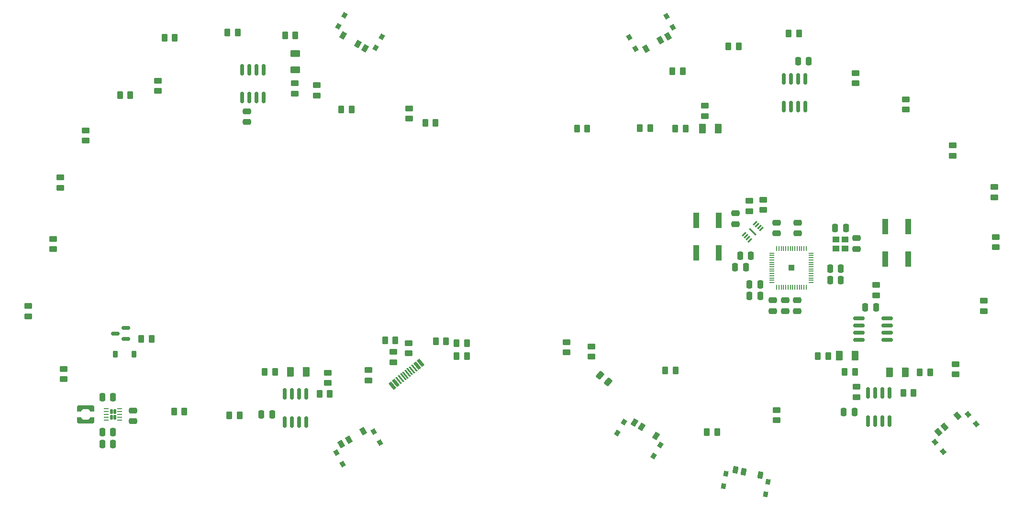
<source format=gbr>
%TF.GenerationSoftware,KiCad,Pcbnew,8.0.1*%
%TF.CreationDate,2024-06-19T14:17:48-04:00*%
%TF.ProjectId,CHV_DC32,4348565f-4443-4333-922e-6b696361645f,rev?*%
%TF.SameCoordinates,Original*%
%TF.FileFunction,Paste,Bot*%
%TF.FilePolarity,Positive*%
%FSLAX46Y46*%
G04 Gerber Fmt 4.6, Leading zero omitted, Abs format (unit mm)*
G04 Created by KiCad (PCBNEW 8.0.1) date 2024-06-19 14:17:48*
%MOMM*%
%LPD*%
G01*
G04 APERTURE LIST*
G04 Aperture macros list*
%AMRoundRect*
0 Rectangle with rounded corners*
0 $1 Rounding radius*
0 $2 $3 $4 $5 $6 $7 $8 $9 X,Y pos of 4 corners*
0 Add a 4 corners polygon primitive as box body*
4,1,4,$2,$3,$4,$5,$6,$7,$8,$9,$2,$3,0*
0 Add four circle primitives for the rounded corners*
1,1,$1+$1,$2,$3*
1,1,$1+$1,$4,$5*
1,1,$1+$1,$6,$7*
1,1,$1+$1,$8,$9*
0 Add four rect primitives between the rounded corners*
20,1,$1+$1,$2,$3,$4,$5,0*
20,1,$1+$1,$4,$5,$6,$7,0*
20,1,$1+$1,$6,$7,$8,$9,0*
20,1,$1+$1,$8,$9,$2,$3,0*%
%AMRotRect*
0 Rectangle, with rotation*
0 The origin of the aperture is its center*
0 $1 length*
0 $2 width*
0 $3 Rotation angle, in degrees counterclockwise*
0 Add horizontal line*
21,1,$1,$2,0,0,$3*%
%AMFreePoly0*
4,1,11,0.760000,0.825000,0.380000,0.510000,0.380000,-0.510000,0.760000,-0.825000,0.760000,-1.525000,-0.125000,-1.525000,-0.380000,-1.270000,-0.380000,1.270000,-0.125000,1.525000,0.760000,1.525000,0.760000,0.825000,0.760000,0.825000,$1*%
G04 Aperture macros list end*
%ADD10RoundRect,0.250000X0.475000X-0.250000X0.475000X0.250000X-0.475000X0.250000X-0.475000X-0.250000X0*%
%ADD11RoundRect,0.250000X-0.262500X-0.450000X0.262500X-0.450000X0.262500X0.450000X-0.262500X0.450000X0*%
%ADD12RoundRect,0.150000X0.150000X-0.825000X0.150000X0.825000X-0.150000X0.825000X-0.150000X-0.825000X0*%
%ADD13RoundRect,0.250000X-0.450000X0.262500X-0.450000X-0.262500X0.450000X-0.262500X0.450000X0.262500X0*%
%ADD14R,1.000000X2.750000*%
%ADD15RoundRect,0.250000X0.262500X0.450000X-0.262500X0.450000X-0.262500X-0.450000X0.262500X-0.450000X0*%
%ADD16RoundRect,0.250000X0.450000X-0.262500X0.450000X0.262500X-0.450000X0.262500X-0.450000X-0.262500X0*%
%ADD17RoundRect,0.250000X-0.250000X-0.475000X0.250000X-0.475000X0.250000X0.475000X-0.250000X0.475000X0*%
%ADD18RoundRect,0.250000X0.250000X0.475000X-0.250000X0.475000X-0.250000X-0.475000X0.250000X-0.475000X0*%
%ADD19RoundRect,0.250000X-0.375000X-0.625000X0.375000X-0.625000X0.375000X0.625000X-0.375000X0.625000X0*%
%ADD20RoundRect,0.250000X-0.475000X0.250000X-0.475000X-0.250000X0.475000X-0.250000X0.475000X0.250000X0*%
%ADD21RotRect,0.900000X1.250000X349.000000*%
%ADD22RotRect,0.800000X0.930000X349.000000*%
%ADD23RoundRect,0.150000X-0.150000X0.825000X-0.150000X-0.825000X0.150000X-0.825000X0.150000X0.825000X0*%
%ADD24RoundRect,0.250000X0.375000X0.625000X-0.375000X0.625000X-0.375000X-0.625000X0.375000X-0.625000X0*%
%ADD25RotRect,0.900000X1.250000X328.000000*%
%ADD26RotRect,0.800000X0.930000X328.000000*%
%ADD27RotRect,0.900000X1.250000X150.000000*%
%ADD28RotRect,0.800000X0.930000X150.000000*%
%ADD29RotRect,0.300000X0.900000X135.000000*%
%ADD30RotRect,0.250000X1.650000X225.000000*%
%ADD31RotRect,0.600000X1.450000X219.000000*%
%ADD32RotRect,0.300000X1.450000X219.000000*%
%ADD33RotRect,0.900000X1.250000X40.000000*%
%ADD34RotRect,0.800000X0.930000X40.000000*%
%ADD35RotRect,0.900000X1.250000X210.000000*%
%ADD36RotRect,0.800000X0.930000X210.000000*%
%ADD37RotRect,0.900000X1.250000X30.000000*%
%ADD38RotRect,0.800000X0.930000X30.000000*%
%ADD39RoundRect,0.120000X-0.120000X-0.285000X0.120000X-0.285000X0.120000X0.285000X-0.120000X0.285000X0*%
%ADD40RoundRect,0.062500X-0.350000X-0.062500X0.350000X-0.062500X0.350000X0.062500X-0.350000X0.062500X0*%
%ADD41RoundRect,0.150000X-0.825000X-0.150000X0.825000X-0.150000X0.825000X0.150000X-0.825000X0.150000X0*%
%ADD42RoundRect,0.150000X0.587500X0.150000X-0.587500X0.150000X-0.587500X-0.150000X0.587500X-0.150000X0*%
%ADD43RoundRect,0.225000X-0.225000X-0.375000X0.225000X-0.375000X0.225000X0.375000X-0.225000X0.375000X0*%
%ADD44RoundRect,0.250000X-0.292217X0.292217X-0.292217X-0.292217X0.292217X-0.292217X0.292217X0.292217X0*%
%ADD45RoundRect,0.050000X-0.050000X0.387500X-0.050000X-0.387500X0.050000X-0.387500X0.050000X0.387500X0*%
%ADD46RoundRect,0.050000X-0.387500X0.050000X-0.387500X-0.050000X0.387500X-0.050000X0.387500X0.050000X0*%
%ADD47RoundRect,0.250000X-0.625000X0.375000X-0.625000X-0.375000X0.625000X-0.375000X0.625000X0.375000X0*%
%ADD48R,1.200000X1.100000*%
%ADD49RoundRect,0.250000X-0.490341X-0.175988X-0.088168X-0.513452X0.490341X0.175988X0.088168X0.513452X0*%
%ADD50FreePoly0,270.000000*%
%ADD51FreePoly0,90.000000*%
G04 APERTURE END LIST*
D10*
%TO.C,C3*%
X105050000Y-49200000D03*
X105050000Y-47300000D03*
%TD*%
D11*
%TO.C,R40*%
X92112500Y-100525000D03*
X93937500Y-100525000D03*
%TD*%
D10*
%TO.C,C17*%
X212862500Y-71675000D03*
X212862500Y-69775000D03*
%TD*%
D12*
%TO.C,U1*%
X107990000Y-44875000D03*
X106720000Y-44875000D03*
X105450000Y-44875000D03*
X104180000Y-44875000D03*
X104180000Y-39925000D03*
X105450000Y-39925000D03*
X106720000Y-39925000D03*
X107990000Y-39925000D03*
%TD*%
D13*
%TO.C,R37*%
X126525000Y-93162500D03*
X126525000Y-94987500D03*
%TD*%
D14*
%TO.C,S2*%
X218000000Y-67740000D03*
X218000000Y-73500000D03*
X222000000Y-67740000D03*
X222000000Y-73500000D03*
%TD*%
D11*
%TO.C,R60*%
X224087500Y-93550000D03*
X225912500Y-93550000D03*
%TD*%
D15*
%TO.C,R17*%
X192037500Y-35775000D03*
X190212500Y-35775000D03*
%TD*%
D16*
%TO.C,R22*%
X76475000Y-52512500D03*
X76475000Y-50687500D03*
%TD*%
D17*
%TO.C,C29*%
X79425000Y-104100000D03*
X81325000Y-104100000D03*
%TD*%
D18*
%TO.C,C12*%
X193325000Y-74900000D03*
X191425000Y-74900000D03*
%TD*%
D19*
%TO.C,D16*%
X185600000Y-50375000D03*
X188400000Y-50375000D03*
%TD*%
D16*
%TO.C,R53*%
X230450000Y-93937500D03*
X230450000Y-92112500D03*
%TD*%
D17*
%TO.C,C27*%
X79425000Y-97925000D03*
X81325000Y-97925000D03*
%TD*%
D11*
%TO.C,R14*%
X86312500Y-87650000D03*
X88137500Y-87650000D03*
%TD*%
D13*
%TO.C,R51*%
X198775000Y-100212500D03*
X198775000Y-102037500D03*
%TD*%
D16*
%TO.C,R58*%
X221575000Y-47012500D03*
X221575000Y-45187500D03*
%TD*%
D15*
%TO.C,R42*%
X103412500Y-33350000D03*
X101587500Y-33350000D03*
%TD*%
%TO.C,R34*%
X165262500Y-50350000D03*
X163437500Y-50350000D03*
%TD*%
D14*
%TO.C,S3*%
X188500000Y-72380000D03*
X188500000Y-66620000D03*
X184500000Y-72380000D03*
X184500000Y-66620000D03*
%TD*%
D16*
%TO.C,R3*%
X133675000Y-90187500D03*
X133675000Y-88362500D03*
%TD*%
D13*
%TO.C,R10*%
X196362500Y-62987500D03*
X196362500Y-64812500D03*
%TD*%
D19*
%TO.C,D2*%
X209825000Y-90600000D03*
X212625000Y-90600000D03*
%TD*%
D13*
%TO.C,R54*%
X235425000Y-80862500D03*
X235425000Y-82687500D03*
%TD*%
%TO.C,R45*%
X133725000Y-46787500D03*
X133725000Y-48612500D03*
%TD*%
D20*
%TO.C,C7*%
X200312500Y-80800000D03*
X200312500Y-82700000D03*
%TD*%
D10*
%TO.C,C11*%
X198737500Y-68925000D03*
X198737500Y-67025000D03*
%TD*%
D21*
%TO.C,S1*%
X191459020Y-110869730D03*
X192931460Y-111155944D03*
X195876342Y-111728371D03*
D22*
X189758137Y-111496706D03*
X189325000Y-113725000D03*
X197218504Y-112946854D03*
X196785367Y-115175148D03*
%TD*%
D20*
%TO.C,C15*%
X191462500Y-65375000D03*
X191462500Y-67275000D03*
%TD*%
%TO.C,C8*%
X202387500Y-80800000D03*
X202387500Y-82700000D03*
%TD*%
D11*
%TO.C,R36*%
X129475000Y-87925000D03*
X131300000Y-87925000D03*
%TD*%
D13*
%TO.C,R9*%
X193900000Y-63162500D03*
X193900000Y-64987500D03*
%TD*%
D23*
%TO.C,U4*%
X199990000Y-41550000D03*
X201260000Y-41550000D03*
X202530000Y-41550000D03*
X203800000Y-41550000D03*
X203800000Y-46500000D03*
X202530000Y-46500000D03*
X201260000Y-46500000D03*
X199990000Y-46500000D03*
%TD*%
D13*
%TO.C,R12*%
X117400000Y-42687500D03*
X117400000Y-44512500D03*
%TD*%
D24*
%TO.C,D22*%
X221500000Y-93575000D03*
X218700000Y-93575000D03*
%TD*%
D16*
%TO.C,R48*%
X166000000Y-90787500D03*
X166000000Y-88962500D03*
%TD*%
D15*
%TO.C,R33*%
X176400000Y-50325000D03*
X174575000Y-50325000D03*
%TD*%
D11*
%TO.C,R35*%
X138437500Y-88025000D03*
X140262500Y-88025000D03*
%TD*%
D15*
%TO.C,R49*%
X180875000Y-93200000D03*
X179050000Y-93200000D03*
%TD*%
D25*
%TO.C,S8*%
X173565515Y-102424141D03*
X174837587Y-103219020D03*
X177381733Y-104808778D03*
D26*
X171752917Y-102399931D03*
X170550000Y-104325000D03*
X178198082Y-106427318D03*
X176995165Y-108352387D03*
%TD*%
D27*
%TO.C,S5*%
X125962019Y-36122003D03*
X124662981Y-35372003D03*
X122064905Y-33872003D03*
D28*
X127774359Y-36082939D03*
X128909359Y-34117061D03*
X121192565Y-32282939D03*
X122327565Y-30317061D03*
%TD*%
D13*
%TO.C,R21*%
X71975000Y-59012500D03*
X71975000Y-60837500D03*
%TD*%
D19*
%TO.C,D18*%
X112750000Y-93500000D03*
X115550000Y-93500000D03*
%TD*%
D18*
%TO.C,C2*%
X210112500Y-77250000D03*
X208212500Y-77250000D03*
%TD*%
D17*
%TO.C,C1*%
X192287500Y-72925000D03*
X194187500Y-72925000D03*
%TD*%
D11*
%TO.C,R5*%
X142112500Y-90650000D03*
X143937500Y-90650000D03*
%TD*%
D16*
%TO.C,R4*%
X130900000Y-91750000D03*
X130900000Y-89925000D03*
%TD*%
D15*
%TO.C,R16*%
X202712500Y-33500000D03*
X200887500Y-33500000D03*
%TD*%
%TO.C,R23*%
X84387500Y-44475000D03*
X82562500Y-44475000D03*
%TD*%
%TO.C,R44*%
X123525000Y-47025000D03*
X121700000Y-47025000D03*
%TD*%
%TO.C,R32*%
X182137500Y-40225000D03*
X180312500Y-40225000D03*
%TD*%
D11*
%TO.C,R59*%
X221162500Y-97225000D03*
X222987500Y-97225000D03*
%TD*%
D16*
%TO.C,R24*%
X186075000Y-48137500D03*
X186075000Y-46312500D03*
%TD*%
D29*
%TO.C,IC1*%
X194951839Y-67114339D03*
X195305393Y-67467893D03*
X195658946Y-67821446D03*
X196012500Y-68175000D03*
X194032601Y-70154899D03*
X193679047Y-69801345D03*
X193325494Y-69447792D03*
X192971940Y-69094238D03*
D30*
X194492220Y-68634619D03*
%TD*%
D13*
%TO.C,R20*%
X70700000Y-69912500D03*
X70700000Y-71737500D03*
%TD*%
D17*
%TO.C,C30*%
X79425000Y-106225000D03*
X81325000Y-106225000D03*
%TD*%
D16*
%TO.C,R43*%
X113525000Y-44175000D03*
X113525000Y-42350000D03*
%TD*%
D31*
%TO.C,J8*%
X135787066Y-91838814D03*
X135165350Y-92342271D03*
D32*
X134232774Y-93097455D03*
X133455629Y-93726775D03*
X133067056Y-94041436D03*
X132289910Y-94670756D03*
D31*
X131357334Y-95425941D03*
X130735618Y-95929397D03*
X130735618Y-95929397D03*
X131357334Y-95425941D03*
D32*
X131901337Y-94985416D03*
X132678483Y-94356096D03*
X133844201Y-93412115D03*
X134621347Y-92782795D03*
D31*
X135165350Y-92342271D03*
X135787066Y-91838814D03*
%TD*%
D12*
%TO.C,U6*%
X115545000Y-102325000D03*
X114275000Y-102325000D03*
X113005000Y-102325000D03*
X111735000Y-102325000D03*
X111735000Y-97375000D03*
X113005000Y-97375000D03*
X114275000Y-97375000D03*
X115545000Y-97375000D03*
%TD*%
D15*
%TO.C,R7*%
X212637500Y-93475000D03*
X210812500Y-93475000D03*
%TD*%
%TO.C,R27*%
X110012500Y-93500000D03*
X108187500Y-93500000D03*
%TD*%
D18*
%TO.C,C19*%
X204445000Y-38450000D03*
X202545000Y-38450000D03*
%TD*%
D33*
%TO.C,S9*%
X227343549Y-104170911D03*
X228492615Y-103206729D03*
X230790749Y-101278367D03*
D34*
X226760400Y-105887313D03*
X228219528Y-107626234D03*
X232582338Y-101002128D03*
X234041466Y-102741049D03*
%TD*%
D35*
%TO.C,S6*%
X179500000Y-34000000D03*
X178200962Y-34750000D03*
X175602886Y-36250000D03*
D36*
X180372340Y-32410936D03*
X179237340Y-30445058D03*
X173790546Y-36210936D03*
X172655546Y-34245058D03*
%TD*%
D13*
%TO.C,R18*%
X72625000Y-92950000D03*
X72625000Y-94775000D03*
%TD*%
D16*
%TO.C,R57*%
X229925000Y-55175000D03*
X229925000Y-53350000D03*
%TD*%
D15*
%TO.C,R25*%
X182662500Y-50375000D03*
X180837500Y-50375000D03*
%TD*%
D37*
%TO.C,S7*%
X121725000Y-106225000D03*
X123024038Y-105475000D03*
X125622114Y-103975000D03*
D38*
X120852660Y-107814064D03*
X121987660Y-109779942D03*
X127434454Y-104014064D03*
X128569454Y-105979942D03*
%TD*%
D39*
%TO.C,U5*%
X81025000Y-100502654D03*
X81025000Y-101502654D03*
X81625000Y-100502654D03*
X81625000Y-101502654D03*
D40*
X80112500Y-102002654D03*
X80112500Y-101502654D03*
X80112500Y-101002654D03*
X80112500Y-100502654D03*
X80112500Y-100002654D03*
X82537500Y-100002654D03*
X82537500Y-100502654D03*
X82537500Y-101002654D03*
X82537500Y-101502654D03*
X82537500Y-102002654D03*
%TD*%
D17*
%TO.C,C5*%
X193962500Y-80000000D03*
X195862500Y-80000000D03*
%TD*%
D10*
%TO.C,C10*%
X202450000Y-68925000D03*
X202450000Y-67025000D03*
%TD*%
D13*
%TO.C,R19*%
X66350000Y-81812500D03*
X66350000Y-83637500D03*
%TD*%
D41*
%TO.C,U8*%
X213350000Y-87840000D03*
X213350000Y-86570000D03*
X213350000Y-85300000D03*
X213350000Y-84030000D03*
X218300000Y-84030000D03*
X218300000Y-85300000D03*
X218300000Y-86570000D03*
X218300000Y-87840000D03*
%TD*%
D16*
%TO.C,R56*%
X237300000Y-62550000D03*
X237300000Y-60725000D03*
%TD*%
D13*
%TO.C,R52*%
X212850000Y-96112500D03*
X212850000Y-97937500D03*
%TD*%
D17*
%TO.C,C16*%
X209087500Y-67975000D03*
X210987500Y-67975000D03*
%TD*%
D15*
%TO.C,R41*%
X92250000Y-34300000D03*
X90425000Y-34300000D03*
%TD*%
D17*
%TO.C,C4*%
X193962500Y-77950000D03*
X195862500Y-77950000D03*
%TD*%
D20*
%TO.C,C13*%
X198062500Y-80800000D03*
X198062500Y-82700000D03*
%TD*%
D16*
%TO.C,R47*%
X161600000Y-90012500D03*
X161600000Y-88187500D03*
%TD*%
%TO.C,R1*%
X89275000Y-43725000D03*
X89275000Y-41900000D03*
%TD*%
D17*
%TO.C,C9*%
X208212500Y-75225000D03*
X210112500Y-75225000D03*
%TD*%
D11*
%TO.C,R39*%
X101887500Y-101175000D03*
X103712500Y-101175000D03*
%TD*%
D16*
%TO.C,R15*%
X212725000Y-42375000D03*
X212725000Y-40550000D03*
%TD*%
D11*
%TO.C,R26*%
X117850000Y-97375000D03*
X119675000Y-97375000D03*
%TD*%
D42*
%TO.C,Q1*%
X83575000Y-85725000D03*
X83575000Y-87625000D03*
X81700000Y-86675000D03*
%TD*%
D43*
%TO.C,D1*%
X81700000Y-90350000D03*
X85000000Y-90350000D03*
%TD*%
D12*
%TO.C,U7*%
X218695000Y-102175000D03*
X217425000Y-102175000D03*
X216155000Y-102175000D03*
X214885000Y-102175000D03*
X214885000Y-97225000D03*
X216155000Y-97225000D03*
X217425000Y-97225000D03*
X218695000Y-97225000D03*
%TD*%
D17*
%TO.C,C21*%
X107600000Y-100975000D03*
X109500000Y-100975000D03*
%TD*%
D13*
%TO.C,R38*%
X119325000Y-93612500D03*
X119325000Y-95437500D03*
%TD*%
D11*
%TO.C,R46*%
X136562500Y-49325000D03*
X138387500Y-49325000D03*
%TD*%
D15*
%TO.C,R13*%
X113612500Y-33850000D03*
X111787500Y-33850000D03*
%TD*%
D17*
%TO.C,C6*%
X214425000Y-82025000D03*
X216325000Y-82025000D03*
%TD*%
D16*
%TO.C,R2*%
X216325000Y-79887500D03*
X216325000Y-78062500D03*
%TD*%
D11*
%TO.C,R6*%
X142112500Y-88425000D03*
X143937500Y-88425000D03*
%TD*%
D20*
%TO.C,C28*%
X84875000Y-100300000D03*
X84875000Y-102200000D03*
%TD*%
D44*
%TO.C,U2*%
X201375000Y-75040000D03*
D45*
X198775000Y-71612500D03*
X199175000Y-71612500D03*
X199575000Y-71612500D03*
X199975000Y-71612500D03*
X200375000Y-71612500D03*
X200775000Y-71612500D03*
X201175000Y-71612500D03*
X201575000Y-71612500D03*
X201975000Y-71612500D03*
X202375000Y-71612500D03*
X202775000Y-71612500D03*
X203175000Y-71612500D03*
X203575000Y-71612500D03*
X203975000Y-71612500D03*
D46*
X204812500Y-72450000D03*
X204812500Y-72850000D03*
X204812500Y-73250000D03*
X204812500Y-73650000D03*
X204812500Y-74050000D03*
X204812500Y-74450000D03*
X204812500Y-74850000D03*
X204812500Y-75250000D03*
X204812500Y-75650000D03*
X204812500Y-76050000D03*
X204812500Y-76450000D03*
X204812500Y-76850000D03*
X204812500Y-77250000D03*
X204812500Y-77650000D03*
D45*
X203975000Y-78487500D03*
X203575000Y-78487500D03*
X203175000Y-78487500D03*
X202775000Y-78487500D03*
X202375000Y-78487500D03*
X201975000Y-78487500D03*
X201575000Y-78487500D03*
X201175000Y-78487500D03*
X200775000Y-78487500D03*
X200375000Y-78487500D03*
X199975000Y-78487500D03*
X199575000Y-78487500D03*
X199175000Y-78487500D03*
X198775000Y-78487500D03*
D46*
X197937500Y-77650000D03*
X197937500Y-77250000D03*
X197937500Y-76850000D03*
X197937500Y-76450000D03*
X197937500Y-76050000D03*
X197937500Y-75650000D03*
X197937500Y-75250000D03*
X197937500Y-74850000D03*
X197937500Y-74450000D03*
X197937500Y-74050000D03*
X197937500Y-73650000D03*
X197937500Y-73250000D03*
X197937500Y-72850000D03*
X197937500Y-72450000D03*
%TD*%
D15*
%TO.C,R8*%
X207862500Y-90650000D03*
X206037500Y-90650000D03*
%TD*%
D13*
%TO.C,R55*%
X237525000Y-69587500D03*
X237525000Y-71412500D03*
%TD*%
D47*
%TO.C,D4*%
X113600000Y-37125000D03*
X113600000Y-39925000D03*
%TD*%
D15*
%TO.C,R50*%
X188225000Y-104125000D03*
X186400000Y-104125000D03*
%TD*%
D48*
%TO.C,Y1*%
X209252500Y-70025000D03*
X210872500Y-70025000D03*
X210872500Y-71625000D03*
X209252500Y-71625000D03*
%TD*%
D49*
%TO.C,R28*%
X167513484Y-94038456D03*
X168911516Y-95211544D03*
%TD*%
D17*
%TO.C,C23*%
X210625000Y-100600000D03*
X212525000Y-100600000D03*
%TD*%
D50*
%TO.C,L2*%
X76475000Y-99705000D03*
D51*
X76475000Y-102245000D03*
%TD*%
M02*

</source>
